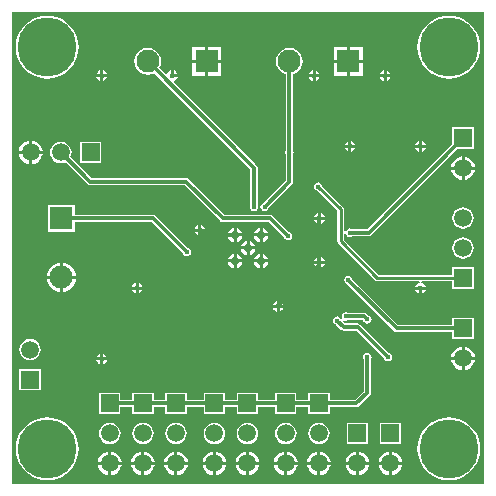
<source format=gbl>
G04*
G04 #@! TF.GenerationSoftware,Altium Limited,Altium Designer,21.7.2 (23)*
G04*
G04 Layer_Physical_Order=2*
G04 Layer_Color=16711680*
%FSLAX25Y25*%
%MOIN*%
G70*
G04*
G04 #@! TF.SameCoordinates,3D67BF19-0A55-4891-8FEB-F4BE30BF2CF6*
G04*
G04*
G04 #@! TF.FilePolarity,Positive*
G04*
G01*
G75*
%ADD11C,0.01000*%
%ADD38C,0.01181*%
%ADD39R,0.05906X0.05906*%
%ADD40C,0.05906*%
%ADD41R,0.05906X0.05906*%
%ADD42C,0.07677*%
%ADD43R,0.07677X0.07677*%
%ADD44R,0.07677X0.07677*%
%ADD45C,0.19685*%
%ADD46C,0.01575*%
%ADD47C,0.02756*%
G36*
X157480Y0D02*
X0D01*
Y157480D01*
X157480D01*
Y0D01*
D02*
G37*
%LPC*%
G36*
X117044Y145783D02*
X112706D01*
Y141445D01*
X117044D01*
Y145783D01*
D02*
G37*
G36*
X111706D02*
X107367D01*
Y141445D01*
X111706D01*
Y145783D01*
D02*
G37*
G36*
X69799Y145783D02*
X65461D01*
Y141445D01*
X69799D01*
Y145783D01*
D02*
G37*
G36*
X64461D02*
X60122D01*
Y141445D01*
X64461D01*
Y145783D01*
D02*
G37*
G36*
X124909Y137943D02*
Y136721D01*
X126132D01*
X126093Y136918D01*
X125698Y137509D01*
X125107Y137904D01*
X124909Y137943D01*
D02*
G37*
G36*
X123909D02*
X123712Y137904D01*
X123121Y137509D01*
X122726Y136918D01*
X122687Y136721D01*
X123909D01*
Y137943D01*
D02*
G37*
G36*
X101287D02*
Y136721D01*
X102510D01*
X102471Y136918D01*
X102076Y137509D01*
X101485Y137904D01*
X101287Y137943D01*
D02*
G37*
G36*
X100287D02*
X100090Y137904D01*
X99499Y137509D01*
X99104Y136918D01*
X99064Y136721D01*
X100287D01*
Y137943D01*
D02*
G37*
G36*
X54043D02*
Y136721D01*
X55266D01*
X55227Y136918D01*
X54832Y137509D01*
X54241Y137904D01*
X54043Y137943D01*
D02*
G37*
G36*
X30421D02*
Y136721D01*
X31644D01*
X31605Y136918D01*
X31210Y137509D01*
X30619Y137904D01*
X30421Y137943D01*
D02*
G37*
G36*
X29421D02*
X29224Y137904D01*
X28633Y137509D01*
X28238Y136918D01*
X28198Y136721D01*
X29421D01*
Y137943D01*
D02*
G37*
G36*
X117044Y140445D02*
X112706D01*
Y136106D01*
X117044D01*
Y140445D01*
D02*
G37*
G36*
X111706D02*
X107367D01*
Y136106D01*
X111706D01*
Y140445D01*
D02*
G37*
G36*
X69799Y140445D02*
X65461D01*
Y136106D01*
X69799D01*
Y140445D01*
D02*
G37*
G36*
X64461D02*
X60122D01*
Y136106D01*
X64461D01*
Y140445D01*
D02*
G37*
G36*
X145669Y156135D02*
X144032Y156006D01*
X142435Y155622D01*
X140918Y154994D01*
X139518Y154136D01*
X138269Y153069D01*
X137203Y151821D01*
X136345Y150420D01*
X135716Y148903D01*
X135333Y147306D01*
X135204Y145669D01*
X135333Y144032D01*
X135716Y142435D01*
X136345Y140918D01*
X137203Y139518D01*
X138269Y138269D01*
X139518Y137203D01*
X140918Y136345D01*
X142435Y135716D01*
X144032Y135333D01*
X145669Y135204D01*
X147306Y135333D01*
X148903Y135716D01*
X150420Y136345D01*
X151821Y137203D01*
X153069Y138269D01*
X154136Y139518D01*
X154994Y140918D01*
X155622Y142435D01*
X156006Y144032D01*
X156135Y145669D01*
X156006Y147306D01*
X155622Y148903D01*
X154994Y150420D01*
X154136Y151821D01*
X153069Y153069D01*
X151821Y154136D01*
X150420Y154994D01*
X148903Y155622D01*
X147306Y156006D01*
X145669Y156135D01*
D02*
G37*
G36*
X11811D02*
X10174Y156006D01*
X8577Y155622D01*
X7060Y154994D01*
X5660Y154136D01*
X4411Y153069D01*
X3344Y151821D01*
X2486Y150420D01*
X1858Y148903D01*
X1474Y147306D01*
X1346Y145669D01*
X1474Y144032D01*
X1858Y142435D01*
X2486Y140918D01*
X3344Y139518D01*
X4411Y138269D01*
X5660Y137203D01*
X7060Y136345D01*
X8577Y135716D01*
X10174Y135333D01*
X11811Y135204D01*
X13448Y135333D01*
X15045Y135716D01*
X16562Y136345D01*
X17962Y137203D01*
X19211Y138269D01*
X20278Y139518D01*
X21136Y140918D01*
X21764Y142435D01*
X22148Y144032D01*
X22276Y145669D01*
X22148Y147306D01*
X21764Y148903D01*
X21136Y150420D01*
X20278Y151821D01*
X19211Y153069D01*
X17962Y154136D01*
X16562Y154994D01*
X15045Y155622D01*
X13448Y156006D01*
X11811Y156135D01*
D02*
G37*
G36*
X126132Y135721D02*
X124909D01*
Y134497D01*
X125107Y134537D01*
X125698Y134932D01*
X126093Y135523D01*
X126132Y135721D01*
D02*
G37*
G36*
X123909D02*
X122687D01*
X122726Y135523D01*
X123121Y134932D01*
X123712Y134537D01*
X123909Y134497D01*
Y135721D01*
D02*
G37*
G36*
X102510D02*
X101287D01*
Y134497D01*
X101485Y134537D01*
X102076Y134932D01*
X102471Y135523D01*
X102510Y135721D01*
D02*
G37*
G36*
X100287D02*
X99064D01*
X99104Y135523D01*
X99499Y134932D01*
X100090Y134537D01*
X100287Y134497D01*
Y135721D01*
D02*
G37*
G36*
X31644D02*
X30421D01*
Y134497D01*
X30619Y134537D01*
X31210Y134932D01*
X31605Y135523D01*
X31644Y135721D01*
D02*
G37*
G36*
X29421D02*
X28198D01*
X28238Y135523D01*
X28633Y134932D01*
X29224Y134537D01*
X29421Y134497D01*
Y135721D01*
D02*
G37*
G36*
X136721Y114321D02*
Y113099D01*
X137943D01*
X137904Y113296D01*
X137509Y113887D01*
X136918Y114282D01*
X136721Y114321D01*
D02*
G37*
G36*
X135721D02*
X135523Y114282D01*
X134932Y113887D01*
X134537Y113296D01*
X134497Y113099D01*
X135721D01*
Y114321D01*
D02*
G37*
G36*
X113099D02*
Y113099D01*
X114321D01*
X114282Y113296D01*
X113887Y113887D01*
X113296Y114282D01*
X113099Y114321D01*
D02*
G37*
G36*
X112099D02*
X111901Y114282D01*
X111310Y113887D01*
X110915Y113296D01*
X110875Y113099D01*
X112099D01*
Y114321D01*
D02*
G37*
G36*
X6839Y114551D02*
Y111130D01*
X10260D01*
X10190Y111662D01*
X9791Y112623D01*
X9158Y113449D01*
X8332Y114083D01*
X7371Y114481D01*
X6839Y114551D01*
D02*
G37*
G36*
X5839D02*
X5307Y114481D01*
X4345Y114083D01*
X3519Y113449D01*
X2886Y112623D01*
X2488Y111662D01*
X2417Y111130D01*
X5839D01*
Y114551D01*
D02*
G37*
G36*
X137943Y112099D02*
X136721D01*
Y110875D01*
X136918Y110915D01*
X137509Y111310D01*
X137904Y111901D01*
X137943Y112099D01*
D02*
G37*
G36*
X135721D02*
X134497D01*
X134537Y111901D01*
X134932Y111310D01*
X135523Y110915D01*
X135721Y110875D01*
Y112099D01*
D02*
G37*
G36*
X114321D02*
X113099D01*
Y110875D01*
X113296Y110915D01*
X113887Y111310D01*
X114282Y111901D01*
X114321Y112099D01*
D02*
G37*
G36*
X112099D02*
X110875D01*
X110915Y111901D01*
X111310Y111310D01*
X111901Y110915D01*
X112099Y110875D01*
Y112099D01*
D02*
G37*
G36*
X29882Y114173D02*
X22795D01*
Y107087D01*
X29882D01*
Y114173D01*
D02*
G37*
G36*
X10260Y110130D02*
X6839D01*
Y106709D01*
X7371Y106779D01*
X8332Y107177D01*
X9158Y107811D01*
X9791Y108636D01*
X10190Y109598D01*
X10260Y110130D01*
D02*
G37*
G36*
X5839D02*
X2417D01*
X2488Y109598D01*
X2886Y108636D01*
X3519Y107811D01*
X4345Y107177D01*
X5307Y106779D01*
X5839Y106709D01*
Y110130D01*
D02*
G37*
G36*
X150894Y109275D02*
Y105854D01*
X154315D01*
X154245Y106386D01*
X153846Y107348D01*
X153213Y108174D01*
X152387Y108807D01*
X151426Y109205D01*
X150894Y109275D01*
D02*
G37*
G36*
X149894D02*
X149362Y109205D01*
X148400Y108807D01*
X147575Y108174D01*
X146941Y107348D01*
X146543Y106386D01*
X146473Y105854D01*
X149894D01*
Y109275D01*
D02*
G37*
G36*
X154315Y104854D02*
X150894D01*
Y101433D01*
X151426Y101503D01*
X152387Y101902D01*
X153213Y102535D01*
X153846Y103361D01*
X154245Y104323D01*
X154315Y104854D01*
D02*
G37*
G36*
X149894D02*
X146473D01*
X146543Y104323D01*
X146941Y103361D01*
X147575Y102535D01*
X148400Y101902D01*
X149362Y101503D01*
X149894Y101433D01*
Y104854D01*
D02*
G37*
G36*
X92521Y145412D02*
X91364Y145260D01*
X90287Y144814D01*
X89362Y144104D01*
X88652Y143179D01*
X88205Y142101D01*
X88053Y140945D01*
X88205Y139789D01*
X88652Y138711D01*
X89362Y137786D01*
X90287Y137076D01*
X91316Y136650D01*
Y111309D01*
X91222Y111168D01*
X91115Y110630D01*
X91222Y110092D01*
X91316Y109950D01*
Y101287D01*
X83880Y93851D01*
X83714Y93818D01*
X83258Y93513D01*
X82954Y93057D01*
X82847Y92520D01*
X82954Y91982D01*
X83258Y91526D01*
X83714Y91222D01*
X84252Y91115D01*
X84790Y91222D01*
X85245Y91526D01*
X85550Y91982D01*
X85583Y92147D01*
X93372Y99937D01*
X93633Y100328D01*
X93725Y100788D01*
X93725Y100788D01*
Y109953D01*
X93818Y110092D01*
X93925Y110630D01*
X93818Y111168D01*
X93725Y111306D01*
Y136650D01*
X94754Y137076D01*
X95679Y137786D01*
X96390Y138711D01*
X96836Y139789D01*
X96988Y140945D01*
X96836Y142101D01*
X96390Y143179D01*
X95679Y144104D01*
X94754Y144814D01*
X93677Y145260D01*
X92521Y145412D01*
D02*
G37*
G36*
X45276Y145412D02*
X44119Y145260D01*
X43042Y144814D01*
X42117Y144104D01*
X41407Y143179D01*
X40960Y142101D01*
X40808Y140945D01*
X40960Y139789D01*
X41407Y138711D01*
X42117Y137786D01*
X43042Y137076D01*
X44119Y136630D01*
X45276Y136477D01*
X46432Y136630D01*
X47461Y137056D01*
X79504Y105013D01*
Y93198D01*
X79411Y93057D01*
X79304Y92520D01*
X79411Y91982D01*
X79715Y91526D01*
X80171Y91222D01*
X80709Y91115D01*
X81246Y91222D01*
X81702Y91526D01*
X82007Y91982D01*
X82114Y92520D01*
X82007Y93057D01*
X81913Y93198D01*
Y105512D01*
X81821Y105973D01*
X81560Y106363D01*
X53954Y133970D01*
X54118Y134512D01*
X54241Y134537D01*
X54832Y134932D01*
X55227Y135523D01*
X55266Y135721D01*
X53543D01*
Y136221D01*
X53043D01*
Y137943D01*
X52846Y137904D01*
X52255Y137509D01*
X51860Y136918D01*
X51835Y136795D01*
X51293Y136631D01*
X49164Y138759D01*
X49591Y139789D01*
X49743Y140945D01*
X49591Y142101D01*
X49145Y143179D01*
X48434Y144104D01*
X47509Y144814D01*
X46432Y145260D01*
X45276Y145412D01*
D02*
G37*
G36*
X103059Y90306D02*
Y89083D01*
X104282D01*
X104243Y89280D01*
X103848Y89871D01*
X103256Y90266D01*
X103059Y90306D01*
D02*
G37*
G36*
X102059D02*
X101862Y90266D01*
X101270Y89871D01*
X100875Y89280D01*
X100836Y89083D01*
X102059D01*
Y90306D01*
D02*
G37*
G36*
X104282Y88083D02*
X103059D01*
Y86860D01*
X103256Y86899D01*
X103848Y87294D01*
X104243Y87885D01*
X104282Y88083D01*
D02*
G37*
G36*
X102059D02*
X100836D01*
X100875Y87885D01*
X101270Y87294D01*
X101862Y86899D01*
X102059Y86860D01*
Y88083D01*
D02*
G37*
G36*
X150394Y92314D02*
X149469Y92192D01*
X148607Y91835D01*
X147867Y91267D01*
X147299Y90527D01*
X146942Y89665D01*
X146820Y88740D01*
X146942Y87815D01*
X147299Y86953D01*
X147867Y86213D01*
X148607Y85645D01*
X149469Y85288D01*
X150394Y85166D01*
X151319Y85288D01*
X152181Y85645D01*
X152921Y86213D01*
X153489Y86953D01*
X153846Y87815D01*
X153968Y88740D01*
X153846Y89665D01*
X153489Y90527D01*
X152921Y91267D01*
X152181Y91835D01*
X151319Y92192D01*
X150394Y92314D01*
D02*
G37*
G36*
X63098Y86369D02*
Y85146D01*
X64321D01*
X64282Y85343D01*
X63887Y85934D01*
X63296Y86329D01*
X63098Y86369D01*
D02*
G37*
G36*
X62098D02*
X61901Y86329D01*
X61310Y85934D01*
X60915Y85343D01*
X60875Y85146D01*
X62098D01*
Y86369D01*
D02*
G37*
G36*
X153937Y118898D02*
X146850D01*
Y113514D01*
X118399Y85062D01*
X113276D01*
X113136Y85156D01*
X112598Y85263D01*
X112061Y85156D01*
X111605Y84852D01*
X111300Y84396D01*
X111258Y84181D01*
X110758Y84230D01*
Y91732D01*
X110758Y91732D01*
X110673Y92158D01*
X110432Y92519D01*
X103529Y99422D01*
X103463Y99750D01*
X103159Y100206D01*
X102703Y100511D01*
X102165Y100618D01*
X101628Y100511D01*
X101172Y100206D01*
X100867Y99750D01*
X100760Y99213D01*
X100867Y98675D01*
X101172Y98219D01*
X101628Y97915D01*
X101956Y97849D01*
X108534Y91272D01*
Y80906D01*
X108534Y80905D01*
X108618Y80480D01*
X108859Y80119D01*
X121025Y67954D01*
X121025Y67954D01*
X121386Y67713D01*
X121811Y67628D01*
X121811Y67628D01*
X135792D01*
X135969Y67202D01*
X135974Y67154D01*
X135523Y67038D01*
X134932Y66643D01*
X134537Y66052D01*
X134497Y65854D01*
X137943D01*
X137904Y66052D01*
X137509Y66643D01*
X136918Y67038D01*
X136467Y67154D01*
X136472Y67202D01*
X136649Y67628D01*
X146850D01*
Y65197D01*
X153937D01*
Y72284D01*
X146850D01*
Y69852D01*
X122272D01*
X110758Y81366D01*
Y83487D01*
X111258Y83536D01*
X111300Y83321D01*
X111605Y82865D01*
X112061Y82560D01*
X112598Y82453D01*
X113136Y82560D01*
X113276Y82654D01*
X118898D01*
X118898Y82654D01*
X119359Y82746D01*
X119749Y83007D01*
X148553Y111811D01*
X153937D01*
Y118898D01*
D02*
G37*
G36*
X83571Y85396D02*
Y83571D01*
X85396D01*
X85311Y83999D01*
X84785Y84785D01*
X83999Y85311D01*
X83571Y85396D01*
D02*
G37*
G36*
X82571D02*
X82143Y85311D01*
X81357Y84785D01*
X80831Y83999D01*
X80746Y83571D01*
X82571D01*
Y85396D01*
D02*
G37*
G36*
X74910D02*
Y83571D01*
X76735D01*
X76649Y83999D01*
X76124Y84785D01*
X75337Y85311D01*
X74910Y85396D01*
D02*
G37*
G36*
X73909D02*
X73482Y85311D01*
X72695Y84785D01*
X72170Y83999D01*
X72084Y83571D01*
X73909D01*
Y85396D01*
D02*
G37*
G36*
X64321Y84146D02*
X63098D01*
Y82923D01*
X63296Y82962D01*
X63887Y83357D01*
X64282Y83948D01*
X64321Y84146D01*
D02*
G37*
G36*
X62098D02*
X60875D01*
X60915Y83948D01*
X61310Y83357D01*
X61901Y82962D01*
X62098Y82923D01*
Y84146D01*
D02*
G37*
G36*
X16339Y114204D02*
X15414Y114082D01*
X14552Y113725D01*
X13812Y113157D01*
X13243Y112417D01*
X12887Y111555D01*
X12765Y110630D01*
X12887Y109705D01*
X13243Y108843D01*
X13812Y108103D01*
X14552Y107535D01*
X15414Y107178D01*
X16339Y107056D01*
X17264Y107178D01*
X17846Y107419D01*
X25330Y99936D01*
X25720Y99675D01*
X26181Y99583D01*
X57572D01*
X69424Y87731D01*
X69815Y87470D01*
X70276Y87378D01*
X85722D01*
X90795Y82305D01*
X90828Y82139D01*
X91132Y81684D01*
X91588Y81379D01*
X92126Y81272D01*
X92664Y81379D01*
X93119Y81684D01*
X93424Y82139D01*
X93531Y82677D01*
X93424Y83215D01*
X93119Y83671D01*
X92664Y83975D01*
X92498Y84008D01*
X87072Y89434D01*
X86681Y89695D01*
X86221Y89787D01*
X86220Y89787D01*
X70774D01*
X58922Y101639D01*
X58532Y101900D01*
X58071Y101992D01*
X58071Y101992D01*
X26680D01*
X19549Y109122D01*
X19791Y109705D01*
X19913Y110630D01*
X19791Y111555D01*
X19434Y112417D01*
X18866Y113157D01*
X18125Y113725D01*
X17264Y114082D01*
X16339Y114204D01*
D02*
G37*
G36*
X85396Y82571D02*
X83571D01*
Y80746D01*
X83999Y80831D01*
X84785Y81357D01*
X85311Y82143D01*
X85396Y82571D01*
D02*
G37*
G36*
X82571D02*
X80746D01*
X80831Y82143D01*
X81357Y81357D01*
X82143Y80831D01*
X82571Y80746D01*
Y82571D01*
D02*
G37*
G36*
X76735D02*
X74910D01*
Y80746D01*
X75337Y80831D01*
X76124Y81357D01*
X76649Y82143D01*
X76735Y82571D01*
D02*
G37*
G36*
X73909D02*
X72084D01*
X72170Y82143D01*
X72695Y81357D01*
X73482Y80831D01*
X73909Y80746D01*
Y82571D01*
D02*
G37*
G36*
X79240Y81065D02*
Y79240D01*
X81065D01*
X80980Y79668D01*
X80455Y80455D01*
X79668Y80980D01*
X79240Y81065D01*
D02*
G37*
G36*
X78240D02*
X77812Y80980D01*
X77026Y80455D01*
X76500Y79668D01*
X76415Y79240D01*
X78240D01*
Y81065D01*
D02*
G37*
G36*
X81065Y78240D02*
X79240D01*
Y76415D01*
X79668Y76500D01*
X80455Y77026D01*
X80980Y77812D01*
X81065Y78240D01*
D02*
G37*
G36*
X78240D02*
X76415D01*
X76500Y77812D01*
X77026Y77026D01*
X77812Y76500D01*
X78240Y76415D01*
Y78240D01*
D02*
G37*
G36*
X20965Y93013D02*
X12106D01*
Y84154D01*
X20965D01*
Y87379D01*
X46547D01*
X56937Y76990D01*
X56970Y76824D01*
X57274Y76369D01*
X57730Y76064D01*
X58268Y75957D01*
X58805Y76064D01*
X59261Y76369D01*
X59566Y76824D01*
X59673Y77362D01*
X59566Y77900D01*
X59261Y78356D01*
X58805Y78660D01*
X58640Y78693D01*
X47898Y89435D01*
X47507Y89696D01*
X47046Y89788D01*
X47046Y89788D01*
X20965D01*
Y93013D01*
D02*
G37*
G36*
X150394Y82314D02*
X149469Y82192D01*
X148607Y81835D01*
X147867Y81267D01*
X147299Y80527D01*
X146942Y79665D01*
X146820Y78740D01*
X146942Y77815D01*
X147299Y76953D01*
X147867Y76213D01*
X148607Y75645D01*
X149469Y75288D01*
X150394Y75166D01*
X151319Y75288D01*
X152181Y75645D01*
X152921Y76213D01*
X153489Y76953D01*
X153846Y77815D01*
X153968Y78740D01*
X153846Y79665D01*
X153489Y80527D01*
X152921Y81267D01*
X152181Y81835D01*
X151319Y82192D01*
X150394Y82314D01*
D02*
G37*
G36*
X83571Y76735D02*
Y74910D01*
X85396D01*
X85311Y75337D01*
X84785Y76124D01*
X83999Y76649D01*
X83571Y76735D01*
D02*
G37*
G36*
X82571D02*
X82143Y76649D01*
X81357Y76124D01*
X80831Y75337D01*
X80746Y74910D01*
X82571D01*
Y76735D01*
D02*
G37*
G36*
X74910D02*
Y74910D01*
X76735D01*
X76649Y75337D01*
X76124Y76124D01*
X75337Y76649D01*
X74910Y76735D01*
D02*
G37*
G36*
X73909D02*
X73482Y76649D01*
X72695Y76124D01*
X72170Y75337D01*
X72084Y74910D01*
X73909D01*
Y76735D01*
D02*
G37*
G36*
X103059Y75739D02*
Y74516D01*
X104282D01*
X104243Y74713D01*
X103848Y75304D01*
X103256Y75700D01*
X103059Y75739D01*
D02*
G37*
G36*
X102059D02*
X101862Y75700D01*
X101270Y75304D01*
X100875Y74713D01*
X100836Y74516D01*
X102059D01*
Y75739D01*
D02*
G37*
G36*
X104282Y73516D02*
X103059D01*
Y72293D01*
X103256Y72332D01*
X103848Y72727D01*
X104243Y73318D01*
X104282Y73516D01*
D02*
G37*
G36*
X102059D02*
X100836D01*
X100875Y73318D01*
X101270Y72727D01*
X101862Y72332D01*
X102059Y72293D01*
Y73516D01*
D02*
G37*
G36*
X85396Y73909D02*
X83571D01*
Y72084D01*
X83999Y72170D01*
X84785Y72695D01*
X85311Y73482D01*
X85396Y73909D01*
D02*
G37*
G36*
X82571D02*
X80746D01*
X80831Y73482D01*
X81357Y72695D01*
X82143Y72170D01*
X82571Y72084D01*
Y73909D01*
D02*
G37*
G36*
X76735D02*
X74910D01*
Y72084D01*
X75337Y72170D01*
X76124Y72695D01*
X76649Y73482D01*
X76735Y73909D01*
D02*
G37*
G36*
X73909D02*
X72084D01*
X72170Y73482D01*
X72695Y72695D01*
X73482Y72170D01*
X73909Y72084D01*
Y73909D01*
D02*
G37*
G36*
X17035Y73713D02*
Y69399D01*
X21350D01*
X21249Y70162D01*
X20762Y71339D01*
X19986Y72350D01*
X18976Y73125D01*
X17798Y73613D01*
X17035Y73713D01*
D02*
G37*
G36*
X16035D02*
X15272Y73613D01*
X14095Y73125D01*
X13084Y72350D01*
X12309Y71339D01*
X11821Y70162D01*
X11721Y69399D01*
X16035D01*
Y73713D01*
D02*
G37*
G36*
X42232Y67077D02*
Y65854D01*
X43455D01*
X43416Y66052D01*
X43021Y66643D01*
X42430Y67038D01*
X42232Y67077D01*
D02*
G37*
G36*
X41232D02*
X41035Y67038D01*
X40444Y66643D01*
X40049Y66052D01*
X40009Y65854D01*
X41232D01*
Y67077D01*
D02*
G37*
G36*
X21350Y68399D02*
X17035D01*
Y64084D01*
X17798Y64185D01*
X18976Y64672D01*
X19986Y65448D01*
X20762Y66458D01*
X21249Y67636D01*
X21350Y68399D01*
D02*
G37*
G36*
X16035D02*
X11721D01*
X11821Y67636D01*
X12309Y66458D01*
X13084Y65448D01*
X14095Y64672D01*
X15272Y64185D01*
X16035Y64084D01*
Y68399D01*
D02*
G37*
G36*
X137943Y64854D02*
X136721D01*
Y63631D01*
X136918Y63671D01*
X137509Y64066D01*
X137904Y64657D01*
X137943Y64854D01*
D02*
G37*
G36*
X135721D02*
X134497D01*
X134537Y64657D01*
X134932Y64066D01*
X135523Y63671D01*
X135721Y63631D01*
Y64854D01*
D02*
G37*
G36*
X43455D02*
X42232D01*
Y63631D01*
X42430Y63671D01*
X43021Y64066D01*
X43416Y64657D01*
X43455Y64854D01*
D02*
G37*
G36*
X41232D02*
X40009D01*
X40049Y64657D01*
X40444Y64066D01*
X41035Y63671D01*
X41232Y63631D01*
Y64854D01*
D02*
G37*
G36*
X89280Y60975D02*
Y59752D01*
X90503D01*
X90463Y59949D01*
X90068Y60541D01*
X89477Y60936D01*
X89280Y60975D01*
D02*
G37*
G36*
X88279D02*
X88082Y60936D01*
X87491Y60541D01*
X87096Y59949D01*
X87057Y59752D01*
X88279D01*
Y60975D01*
D02*
G37*
G36*
X90503Y58752D02*
X89280D01*
Y57529D01*
X89477Y57568D01*
X90068Y57963D01*
X90463Y58555D01*
X90503Y58752D01*
D02*
G37*
G36*
X88279D02*
X87057D01*
X87096Y58555D01*
X87491Y57963D01*
X88082Y57568D01*
X88279Y57529D01*
Y58752D01*
D02*
G37*
G36*
X111417Y57310D02*
X110880Y57204D01*
X110424Y56899D01*
X110119Y56443D01*
X110012Y55905D01*
X110119Y55368D01*
X109686Y55180D01*
X109458Y55521D01*
X109002Y55826D01*
X108465Y55932D01*
X107927Y55826D01*
X107471Y55521D01*
X107167Y55065D01*
X107060Y54528D01*
X107167Y53990D01*
X107471Y53534D01*
X107927Y53230D01*
X108092Y53197D01*
X109778Y51511D01*
X110169Y51250D01*
X110630Y51158D01*
X114856D01*
X124063Y41951D01*
X124096Y41785D01*
X124400Y41329D01*
X124856Y41025D01*
X125394Y40918D01*
X125931Y41025D01*
X126387Y41329D01*
X126692Y41785D01*
X126799Y42323D01*
X126692Y42860D01*
X126387Y43316D01*
X125931Y43621D01*
X125766Y43654D01*
X116206Y53214D01*
X115815Y53475D01*
X115354Y53566D01*
X115354Y53566D01*
X111129D01*
X110305Y54390D01*
X110624Y54778D01*
X110880Y54607D01*
X111417Y54501D01*
X111955Y54607D01*
X112095Y54701D01*
X116914D01*
X117200Y54416D01*
X117206Y54384D01*
X117510Y53928D01*
X117966Y53623D01*
X118504Y53516D01*
X119042Y53623D01*
X119497Y53928D01*
X119802Y54384D01*
X119909Y54921D01*
X119802Y55459D01*
X119497Y55915D01*
X119042Y56219D01*
X118743Y56279D01*
X118265Y56757D01*
X117874Y57018D01*
X117413Y57110D01*
X117413Y57110D01*
X112095D01*
X111955Y57204D01*
X111417Y57310D01*
D02*
G37*
G36*
X112205Y69515D02*
X111667Y69408D01*
X111211Y69104D01*
X110907Y68648D01*
X110800Y68110D01*
X110907Y67573D01*
X111211Y67117D01*
X111667Y66812D01*
X111833Y66779D01*
X127495Y51117D01*
X127495Y51117D01*
X127886Y50856D01*
X128347Y50764D01*
X128347Y50764D01*
X146850D01*
Y48425D01*
X153937D01*
Y55512D01*
X146850D01*
Y53173D01*
X128845D01*
X113536Y68482D01*
X113503Y68648D01*
X113198Y69104D01*
X112742Y69408D01*
X112205Y69515D01*
D02*
G37*
G36*
X150894Y45889D02*
Y42469D01*
X154315D01*
X154245Y43000D01*
X153846Y43962D01*
X153213Y44788D01*
X152387Y45421D01*
X151426Y45820D01*
X150894Y45889D01*
D02*
G37*
G36*
X149894D02*
X149362Y45820D01*
X148400Y45421D01*
X147575Y44788D01*
X146941Y43962D01*
X146543Y43000D01*
X146473Y42469D01*
X149894D01*
Y45889D01*
D02*
G37*
G36*
X30421Y43455D02*
Y42232D01*
X31644D01*
X31605Y42430D01*
X31210Y43021D01*
X30619Y43416D01*
X30421Y43455D01*
D02*
G37*
G36*
X29421D02*
X29224Y43416D01*
X28633Y43021D01*
X28238Y42430D01*
X28198Y42232D01*
X29421D01*
Y43455D01*
D02*
G37*
G36*
X6102Y48456D02*
X5177Y48334D01*
X4315Y47977D01*
X3575Y47409D01*
X3007Y46669D01*
X2650Y45807D01*
X2528Y44882D01*
X2650Y43957D01*
X3007Y43095D01*
X3575Y42355D01*
X4315Y41787D01*
X5177Y41430D01*
X6102Y41308D01*
X7027Y41430D01*
X7889Y41787D01*
X8630Y42355D01*
X9197Y43095D01*
X9554Y43957D01*
X9676Y44882D01*
X9554Y45807D01*
X9197Y46669D01*
X8630Y47409D01*
X7889Y47977D01*
X7027Y48334D01*
X6102Y48456D01*
D02*
G37*
G36*
X31644Y41232D02*
X30421D01*
Y40009D01*
X30619Y40049D01*
X31210Y40444D01*
X31605Y41035D01*
X31644Y41232D01*
D02*
G37*
G36*
X29421D02*
X28198D01*
X28238Y41035D01*
X28633Y40444D01*
X29224Y40049D01*
X29421Y40009D01*
Y41232D01*
D02*
G37*
G36*
X154315Y41469D02*
X150894D01*
Y38048D01*
X151426Y38118D01*
X152387Y38516D01*
X153213Y39149D01*
X153846Y39975D01*
X154245Y40937D01*
X154315Y41469D01*
D02*
G37*
G36*
X149894D02*
X146473D01*
X146543Y40937D01*
X146941Y39975D01*
X147575Y39149D01*
X148400Y38516D01*
X149362Y38118D01*
X149894Y38048D01*
Y41469D01*
D02*
G37*
G36*
X9646Y38425D02*
X2559D01*
Y31339D01*
X9646D01*
Y38425D01*
D02*
G37*
G36*
X118504Y43728D02*
X117966Y43621D01*
X117510Y43316D01*
X117206Y42860D01*
X117099Y42323D01*
X117206Y41785D01*
X117300Y41645D01*
Y31049D01*
X114384Y28133D01*
X105905D01*
Y30472D01*
X98819D01*
Y28133D01*
X94882D01*
Y30472D01*
X87795D01*
Y28133D01*
X82087D01*
Y30472D01*
X75000D01*
Y28133D01*
X71063D01*
Y30472D01*
X63976D01*
Y28133D01*
X58268D01*
Y30472D01*
X51181D01*
Y28133D01*
X47244D01*
Y30472D01*
X40157D01*
Y28133D01*
X36220D01*
Y30472D01*
X29134D01*
Y23386D01*
X36220D01*
Y25725D01*
X40157D01*
Y23386D01*
X47244D01*
Y25725D01*
X51181D01*
Y23386D01*
X58268D01*
Y25725D01*
X63976D01*
Y23386D01*
X71063D01*
Y25725D01*
X75000D01*
Y23386D01*
X82087D01*
Y25725D01*
X87795D01*
Y23386D01*
X94882D01*
Y25725D01*
X98819D01*
Y23386D01*
X105905D01*
Y25725D01*
X114883D01*
X114883Y25725D01*
X115344Y25817D01*
X115735Y26078D01*
X119355Y29698D01*
X119355Y29698D01*
X119616Y30089D01*
X119708Y30550D01*
Y41645D01*
X119802Y41785D01*
X119909Y42323D01*
X119802Y42860D01*
X119497Y43316D01*
X119042Y43621D01*
X118504Y43728D01*
D02*
G37*
G36*
X129724Y20472D02*
X122638D01*
Y13386D01*
X129724D01*
Y20472D01*
D02*
G37*
G36*
X118701D02*
X111614D01*
Y13386D01*
X118701D01*
Y20472D01*
D02*
G37*
G36*
X102362Y20503D02*
X101437Y20381D01*
X100575Y20024D01*
X99835Y19456D01*
X99267Y18716D01*
X98910Y17854D01*
X98788Y16929D01*
X98910Y16004D01*
X99267Y15142D01*
X99835Y14402D01*
X100575Y13834D01*
X101437Y13477D01*
X102362Y13355D01*
X103287Y13477D01*
X104149Y13834D01*
X104889Y14402D01*
X105457Y15142D01*
X105814Y16004D01*
X105936Y16929D01*
X105814Y17854D01*
X105457Y18716D01*
X104889Y19456D01*
X104149Y20024D01*
X103287Y20381D01*
X102362Y20503D01*
D02*
G37*
G36*
X91339D02*
X90414Y20381D01*
X89552Y20024D01*
X88811Y19456D01*
X88244Y18716D01*
X87887Y17854D01*
X87765Y16929D01*
X87887Y16004D01*
X88244Y15142D01*
X88811Y14402D01*
X89552Y13834D01*
X90414Y13477D01*
X91339Y13355D01*
X92264Y13477D01*
X93125Y13834D01*
X93866Y14402D01*
X94434Y15142D01*
X94791Y16004D01*
X94912Y16929D01*
X94791Y17854D01*
X94434Y18716D01*
X93866Y19456D01*
X93125Y20024D01*
X92264Y20381D01*
X91339Y20503D01*
D02*
G37*
G36*
X78543D02*
X77618Y20381D01*
X76756Y20024D01*
X76016Y19456D01*
X75448Y18716D01*
X75091Y17854D01*
X74969Y16929D01*
X75091Y16004D01*
X75448Y15142D01*
X76016Y14402D01*
X76756Y13834D01*
X77618Y13477D01*
X78543Y13355D01*
X79468Y13477D01*
X80330Y13834D01*
X81070Y14402D01*
X81638Y15142D01*
X81995Y16004D01*
X82117Y16929D01*
X81995Y17854D01*
X81638Y18716D01*
X81070Y19456D01*
X80330Y20024D01*
X79468Y20381D01*
X78543Y20503D01*
D02*
G37*
G36*
X67520D02*
X66595Y20381D01*
X65733Y20024D01*
X64993Y19456D01*
X64425Y18716D01*
X64068Y17854D01*
X63946Y16929D01*
X64068Y16004D01*
X64425Y15142D01*
X64993Y14402D01*
X65733Y13834D01*
X66595Y13477D01*
X67520Y13355D01*
X68445Y13477D01*
X69307Y13834D01*
X70047Y14402D01*
X70615Y15142D01*
X70972Y16004D01*
X71094Y16929D01*
X70972Y17854D01*
X70615Y18716D01*
X70047Y19456D01*
X69307Y20024D01*
X68445Y20381D01*
X67520Y20503D01*
D02*
G37*
G36*
X54724D02*
X53799Y20381D01*
X52938Y20024D01*
X52197Y19456D01*
X51629Y18716D01*
X51272Y17854D01*
X51151Y16929D01*
X51272Y16004D01*
X51629Y15142D01*
X52197Y14402D01*
X52938Y13834D01*
X53799Y13477D01*
X54724Y13355D01*
X55649Y13477D01*
X56511Y13834D01*
X57252Y14402D01*
X57819Y15142D01*
X58176Y16004D01*
X58298Y16929D01*
X58176Y17854D01*
X57819Y18716D01*
X57252Y19456D01*
X56511Y20024D01*
X55649Y20381D01*
X54724Y20503D01*
D02*
G37*
G36*
X43701D02*
X42776Y20381D01*
X41914Y20024D01*
X41174Y19456D01*
X40606Y18716D01*
X40249Y17854D01*
X40127Y16929D01*
X40249Y16004D01*
X40606Y15142D01*
X41174Y14402D01*
X41914Y13834D01*
X42776Y13477D01*
X43701Y13355D01*
X44626Y13477D01*
X45488Y13834D01*
X46228Y14402D01*
X46796Y15142D01*
X47153Y16004D01*
X47275Y16929D01*
X47153Y17854D01*
X46796Y18716D01*
X46228Y19456D01*
X45488Y20024D01*
X44626Y20381D01*
X43701Y20503D01*
D02*
G37*
G36*
X32677D02*
X31752Y20381D01*
X30890Y20024D01*
X30150Y19456D01*
X29582Y18716D01*
X29225Y17854D01*
X29103Y16929D01*
X29225Y16004D01*
X29582Y15142D01*
X30150Y14402D01*
X30890Y13834D01*
X31752Y13477D01*
X32677Y13355D01*
X33602Y13477D01*
X34464Y13834D01*
X35204Y14402D01*
X35772Y15142D01*
X36129Y16004D01*
X36251Y16929D01*
X36129Y17854D01*
X35772Y18716D01*
X35204Y19456D01*
X34464Y20024D01*
X33602Y20381D01*
X32677Y20503D01*
D02*
G37*
G36*
X91839Y10850D02*
Y7429D01*
X95260D01*
X95190Y7961D01*
X94791Y8923D01*
X94158Y9748D01*
X93332Y10382D01*
X92370Y10780D01*
X91839Y10850D01*
D02*
G37*
G36*
X79043D02*
Y7429D01*
X82464D01*
X82394Y7961D01*
X81996Y8923D01*
X81362Y9748D01*
X80537Y10382D01*
X79575Y10780D01*
X79043Y10850D01*
D02*
G37*
G36*
X78043D02*
X77511Y10780D01*
X76550Y10382D01*
X75724Y9748D01*
X75091Y8923D01*
X74692Y7961D01*
X74622Y7429D01*
X78043D01*
Y10850D01*
D02*
G37*
G36*
X90839D02*
X90307Y10780D01*
X89345Y10382D01*
X88519Y9748D01*
X87886Y8923D01*
X87488Y7961D01*
X87418Y7429D01*
X90839D01*
Y10850D01*
D02*
G37*
G36*
X68020D02*
Y7429D01*
X71441D01*
X71371Y7961D01*
X70972Y8923D01*
X70339Y9748D01*
X69513Y10382D01*
X68552Y10780D01*
X68020Y10850D01*
D02*
G37*
G36*
X55224D02*
Y7429D01*
X58645D01*
X58575Y7961D01*
X58177Y8923D01*
X57544Y9748D01*
X56718Y10382D01*
X55756Y10780D01*
X55224Y10850D01*
D02*
G37*
G36*
X44201D02*
Y7429D01*
X47622D01*
X47552Y7961D01*
X47153Y8923D01*
X46520Y9748D01*
X45694Y10382D01*
X44733Y10780D01*
X44201Y10850D01*
D02*
G37*
G36*
X33177D02*
Y7429D01*
X36598D01*
X36528Y7961D01*
X36130Y8923D01*
X35496Y9748D01*
X34671Y10382D01*
X33709Y10780D01*
X33177Y10850D01*
D02*
G37*
G36*
X126681D02*
Y7429D01*
X130102D01*
X130032Y7961D01*
X129634Y8923D01*
X129000Y9748D01*
X128174Y10382D01*
X127213Y10780D01*
X126681Y10850D01*
D02*
G37*
G36*
X115657D02*
Y7429D01*
X119079D01*
X119009Y7961D01*
X118610Y8923D01*
X117977Y9748D01*
X117151Y10382D01*
X116189Y10780D01*
X115657Y10850D01*
D02*
G37*
G36*
X102862D02*
Y7429D01*
X106283D01*
X106213Y7961D01*
X105815Y8923D01*
X105181Y9748D01*
X104356Y10382D01*
X103394Y10780D01*
X102862Y10850D01*
D02*
G37*
G36*
X67020D02*
X66488Y10780D01*
X65526Y10382D01*
X64701Y9748D01*
X64067Y8923D01*
X63669Y7961D01*
X63599Y7429D01*
X67020D01*
Y10850D01*
D02*
G37*
G36*
X54224D02*
X53693Y10780D01*
X52731Y10382D01*
X51905Y9748D01*
X51272Y8923D01*
X50873Y7961D01*
X50803Y7429D01*
X54224D01*
Y10850D01*
D02*
G37*
G36*
X43201D02*
X42669Y10780D01*
X41707Y10382D01*
X40882Y9748D01*
X40248Y8923D01*
X39850Y7961D01*
X39780Y7429D01*
X43201D01*
Y10850D01*
D02*
G37*
G36*
X32177D02*
X31645Y10780D01*
X30684Y10382D01*
X29858Y9748D01*
X29225Y8923D01*
X28826Y7961D01*
X28756Y7429D01*
X32177D01*
Y10850D01*
D02*
G37*
G36*
X125681D02*
X125149Y10780D01*
X124188Y10382D01*
X123362Y9748D01*
X122728Y8923D01*
X122330Y7961D01*
X122260Y7429D01*
X125681D01*
Y10850D01*
D02*
G37*
G36*
X114657D02*
X114126Y10780D01*
X113164Y10382D01*
X112338Y9748D01*
X111705Y8923D01*
X111307Y7961D01*
X111236Y7429D01*
X114657D01*
Y10850D01*
D02*
G37*
G36*
X101862D02*
X101330Y10780D01*
X100369Y10382D01*
X99543Y9748D01*
X98909Y8923D01*
X98511Y7961D01*
X98441Y7429D01*
X101862D01*
Y10850D01*
D02*
G37*
G36*
X95260Y6429D02*
X91839D01*
Y3008D01*
X92370Y3078D01*
X93332Y3476D01*
X94158Y4110D01*
X94791Y4936D01*
X95190Y5897D01*
X95260Y6429D01*
D02*
G37*
G36*
X82464D02*
X79043D01*
Y3008D01*
X79575Y3078D01*
X80537Y3476D01*
X81362Y4110D01*
X81996Y4936D01*
X82394Y5897D01*
X82464Y6429D01*
D02*
G37*
G36*
X58645Y6429D02*
X55224D01*
Y3008D01*
X55756Y3078D01*
X56718Y3476D01*
X57544Y4110D01*
X58177Y4936D01*
X58575Y5897D01*
X58645Y6429D01*
D02*
G37*
G36*
X36598D02*
X33177D01*
Y3008D01*
X33709Y3078D01*
X34671Y3476D01*
X35496Y4110D01*
X36130Y4936D01*
X36528Y5897D01*
X36598Y6429D01*
D02*
G37*
G36*
X130102D02*
X126681D01*
Y3008D01*
X127213Y3078D01*
X128174Y3476D01*
X129000Y4110D01*
X129634Y4936D01*
X130032Y5897D01*
X130102Y6429D01*
D02*
G37*
G36*
X119079D02*
X115657D01*
Y3008D01*
X116189Y3078D01*
X117151Y3476D01*
X117977Y4110D01*
X118610Y4936D01*
X119009Y5897D01*
X119079Y6429D01*
D02*
G37*
G36*
X106283D02*
X102862D01*
Y3008D01*
X103394Y3078D01*
X104356Y3476D01*
X105181Y4110D01*
X105815Y4936D01*
X106213Y5897D01*
X106283Y6429D01*
D02*
G37*
G36*
X71441D02*
X68020D01*
Y3008D01*
X68552Y3078D01*
X69513Y3476D01*
X70339Y4110D01*
X70972Y4936D01*
X71371Y5897D01*
X71441Y6429D01*
D02*
G37*
G36*
X47622D02*
X44201D01*
Y3008D01*
X44733Y3078D01*
X45694Y3476D01*
X46520Y4110D01*
X47153Y4936D01*
X47552Y5897D01*
X47622Y6429D01*
D02*
G37*
G36*
X67020D02*
X63599D01*
X63669Y5897D01*
X64067Y4936D01*
X64701Y4110D01*
X65526Y3476D01*
X66488Y3078D01*
X67020Y3008D01*
Y6429D01*
D02*
G37*
G36*
X43201D02*
X39780D01*
X39850Y5897D01*
X40248Y4936D01*
X40882Y4110D01*
X41707Y3476D01*
X42669Y3078D01*
X43201Y3008D01*
Y6429D01*
D02*
G37*
G36*
X125681D02*
X122260D01*
X122330Y5897D01*
X122728Y4936D01*
X123362Y4110D01*
X124188Y3476D01*
X125149Y3078D01*
X125681Y3008D01*
Y6429D01*
D02*
G37*
G36*
X114657D02*
X111236D01*
X111307Y5897D01*
X111705Y4936D01*
X112338Y4110D01*
X113164Y3476D01*
X114126Y3078D01*
X114657Y3008D01*
Y6429D01*
D02*
G37*
G36*
X101862D02*
X98441D01*
X98511Y5897D01*
X98909Y4936D01*
X99543Y4110D01*
X100369Y3476D01*
X101330Y3078D01*
X101862Y3008D01*
Y6429D01*
D02*
G37*
G36*
X54224D02*
X50803D01*
X50873Y5897D01*
X51272Y4936D01*
X51905Y4110D01*
X52731Y3476D01*
X53693Y3078D01*
X54224Y3008D01*
Y6429D01*
D02*
G37*
G36*
X32177D02*
X28756D01*
X28826Y5897D01*
X29225Y4936D01*
X29858Y4110D01*
X30684Y3476D01*
X31645Y3078D01*
X32177Y3008D01*
Y6429D01*
D02*
G37*
G36*
X90839Y6429D02*
X87418D01*
X87488Y5897D01*
X87886Y4936D01*
X88519Y4110D01*
X89345Y3476D01*
X90307Y3078D01*
X90839Y3008D01*
Y6429D01*
D02*
G37*
G36*
X78043D02*
X74622D01*
X74692Y5897D01*
X75091Y4936D01*
X75724Y4110D01*
X76550Y3476D01*
X77511Y3078D01*
X78043Y3008D01*
Y6429D01*
D02*
G37*
G36*
X145669Y22276D02*
X144032Y22148D01*
X142435Y21764D01*
X140918Y21136D01*
X139518Y20278D01*
X138269Y19211D01*
X137203Y17962D01*
X136345Y16562D01*
X135716Y15045D01*
X135333Y13448D01*
X135204Y11811D01*
X135333Y10174D01*
X135716Y8577D01*
X136345Y7060D01*
X137203Y5660D01*
X138269Y4411D01*
X139518Y3344D01*
X140918Y2486D01*
X142435Y1858D01*
X144032Y1474D01*
X145669Y1346D01*
X147306Y1474D01*
X148903Y1858D01*
X150420Y2486D01*
X151821Y3344D01*
X153069Y4411D01*
X154136Y5660D01*
X154994Y7060D01*
X155622Y8577D01*
X156006Y10174D01*
X156135Y11811D01*
X156006Y13448D01*
X155622Y15045D01*
X154994Y16562D01*
X154136Y17962D01*
X153069Y19211D01*
X151821Y20278D01*
X150420Y21136D01*
X148903Y21764D01*
X147306Y22148D01*
X145669Y22276D01*
D02*
G37*
G36*
X11811D02*
X10174Y22148D01*
X8577Y21764D01*
X7060Y21136D01*
X5660Y20278D01*
X4411Y19211D01*
X3344Y17962D01*
X2486Y16562D01*
X1858Y15045D01*
X1474Y13448D01*
X1346Y11811D01*
X1474Y10174D01*
X1858Y8577D01*
X2486Y7060D01*
X3344Y5660D01*
X4411Y4411D01*
X5660Y3344D01*
X7060Y2486D01*
X8577Y1858D01*
X10174Y1474D01*
X11811Y1346D01*
X13448Y1474D01*
X15045Y1858D01*
X16562Y2486D01*
X17962Y3344D01*
X19211Y4411D01*
X20278Y5660D01*
X21136Y7060D01*
X21764Y8577D01*
X22148Y10174D01*
X22276Y11811D01*
X22148Y13448D01*
X21764Y15045D01*
X21136Y16562D01*
X20278Y17962D01*
X19211Y19211D01*
X17962Y20278D01*
X16562Y21136D01*
X15045Y21764D01*
X13448Y22148D01*
X11811Y22276D01*
D02*
G37*
%LPD*%
D11*
X109646Y80905D02*
X121811Y68740D01*
X109646Y80905D02*
Y91732D01*
X102165Y99213D02*
X109646Y91732D01*
X121811Y68740D02*
X150394D01*
D38*
X62598Y84646D02*
X64173Y83071D01*
X74410D01*
X102484Y72956D02*
Y73940D01*
X102559Y74016D01*
X88779Y59252D02*
X102484Y72956D01*
X102559Y74016D02*
Y88583D01*
X128347Y51968D02*
X150394D01*
X112205Y68110D02*
X128347Y51968D01*
X70276Y88583D02*
X86221D01*
X92126Y82677D01*
X58071Y100787D02*
X70276Y88583D01*
X16339Y110630D02*
X26181Y100787D01*
X58071D01*
X92521Y100788D02*
Y140945D01*
X114883Y26929D02*
X118504Y30550D01*
Y42323D01*
X102362Y26929D02*
X114883D01*
X78543D02*
X91339D01*
X67520D02*
X78543D01*
X54724D02*
X67520D01*
X43701D02*
X54724D01*
X32677D02*
X43701D01*
X91339D02*
X102362D01*
X115354Y52362D02*
X125394Y42323D01*
X110630Y52362D02*
X115354D01*
X84252Y92520D02*
X84252D01*
X92521Y100788D01*
X80709Y92520D02*
Y105512D01*
X45276Y140945D02*
X80709Y105512D01*
X47046Y88584D02*
X58268Y77362D01*
X16535Y88584D02*
X47046D01*
X108465Y54528D02*
X110630Y52362D01*
X111417Y55905D02*
X117413D01*
X118397Y54921D01*
X118504D01*
X118898Y83858D02*
X150394Y115354D01*
X112598Y83858D02*
X118898D01*
D39*
X6102Y34882D02*
D03*
X54724Y26929D02*
D03*
X43701D02*
D03*
X32677D02*
D03*
X126181Y16929D02*
D03*
X78543Y26929D02*
D03*
X115157Y16929D02*
D03*
X67520Y26929D02*
D03*
X91339D02*
D03*
X102362D02*
D03*
X150394Y68740D02*
D03*
X150394Y51968D02*
D03*
Y115354D02*
D03*
D40*
X6102Y44882D02*
D03*
X16339Y110630D02*
D03*
X6339D02*
D03*
X54724Y16929D02*
D03*
Y6929D02*
D03*
X43701Y16929D02*
D03*
Y6929D02*
D03*
X32677Y16929D02*
D03*
Y6929D02*
D03*
X126181D02*
D03*
X78543Y16929D02*
D03*
Y6929D02*
D03*
X115157D02*
D03*
X67520Y16929D02*
D03*
Y6929D02*
D03*
X91339Y16929D02*
D03*
Y6929D02*
D03*
X102362Y16929D02*
D03*
Y6929D02*
D03*
X150394Y88740D02*
D03*
Y78740D02*
D03*
X150394Y41969D02*
D03*
Y105354D02*
D03*
D41*
X26339Y110630D02*
D03*
D42*
X16535Y68899D02*
D03*
X92521Y140945D02*
D03*
X45276Y140945D02*
D03*
D43*
X16535Y88584D02*
D03*
D44*
X112206Y140945D02*
D03*
X64961Y140945D02*
D03*
D45*
X11811Y11811D02*
D03*
X145669Y145669D02*
D03*
X11811D02*
D03*
X145669Y11811D02*
D03*
D46*
X136221Y112599D02*
D03*
Y65354D02*
D03*
X124409Y136221D02*
D03*
X112599Y112599D02*
D03*
X100787Y136221D02*
D03*
X53543D02*
D03*
X41732Y65354D02*
D03*
X29921Y136221D02*
D03*
Y41732D02*
D03*
X62598Y84646D02*
D03*
X88779Y59252D02*
D03*
X102559Y88583D02*
D03*
Y74016D02*
D03*
X112205Y68110D02*
D03*
X92126Y82677D02*
D03*
X102165Y99213D02*
D03*
X92520Y110630D02*
D03*
X118504Y42323D02*
D03*
X125394D02*
D03*
X84252Y92520D02*
D03*
X80709D02*
D03*
X58268Y77362D02*
D03*
X118504Y54921D02*
D03*
X108465Y54528D02*
D03*
X111417Y55905D02*
D03*
X112598Y83858D02*
D03*
D47*
X83071Y83071D02*
D03*
Y74410D02*
D03*
X78740Y78740D02*
D03*
X74410Y83071D02*
D03*
Y74410D02*
D03*
M02*

</source>
